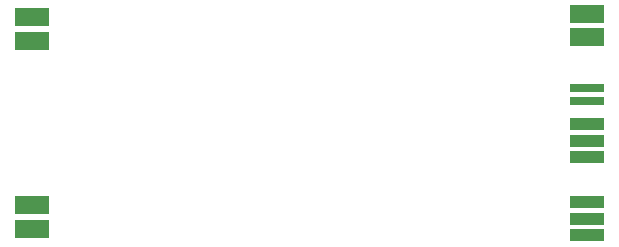
<source format=gtp>
G04 #@! TF.GenerationSoftware,KiCad,Pcbnew,5.1.4+dfsg1-1*
G04 #@! TF.CreationDate,2020-04-13T21:52:35+02:00*
G04 #@! TF.ProjectId,OtterIron_PRO_Top,4f747465-7249-4726-9f6e-5f50524f5f54,rev?*
G04 #@! TF.SameCoordinates,Original*
G04 #@! TF.FileFunction,Paste,Top*
G04 #@! TF.FilePolarity,Positive*
%FSLAX46Y46*%
G04 Gerber Fmt 4.6, Leading zero omitted, Abs format (unit mm)*
G04 Created by KiCad (PCBNEW 5.1.4+dfsg1-1) date 2020-04-13 21:52:35*
%MOMM*%
%LPD*%
G04 APERTURE LIST*
%ADD10R,3.000000X1.500000*%
%ADD11R,3.000000X1.000000*%
%ADD12R,3.000000X0.750000*%
G04 APERTURE END LIST*
D10*
X51550000Y-116950000D03*
X51550000Y-118950000D03*
X51550000Y-103050000D03*
X51550000Y-101050000D03*
X98500000Y-102700000D03*
X98500000Y-100800000D03*
D11*
X98500000Y-116700000D03*
X98500000Y-112900000D03*
X98500000Y-111500000D03*
X98500000Y-110100000D03*
D12*
X98500000Y-108150000D03*
X98500000Y-107050000D03*
D11*
X98500000Y-119500000D03*
X98500000Y-118100000D03*
M02*

</source>
